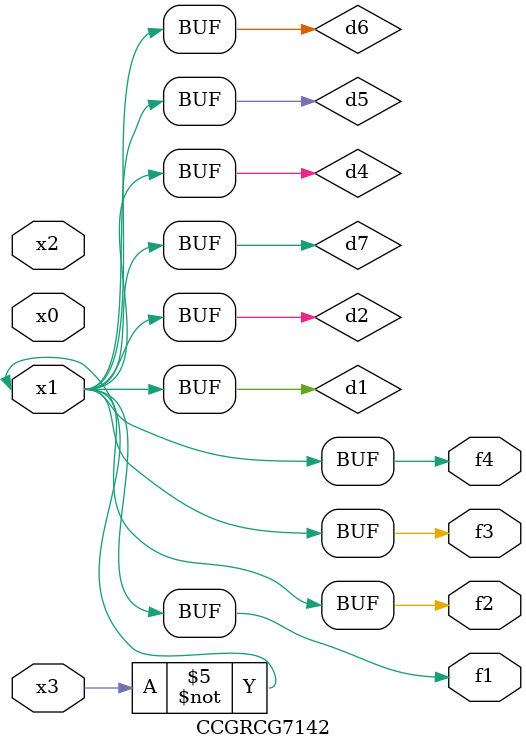
<source format=v>
module CCGRCG7142(
	input x0, x1, x2, x3,
	output f1, f2, f3, f4
);

	wire d1, d2, d3, d4, d5, d6, d7;

	not (d1, x3);
	buf (d2, x1);
	xnor (d3, d1, d2);
	nor (d4, d1);
	buf (d5, d1, d2);
	buf (d6, d4, d5);
	nand (d7, d4);
	assign f1 = d6;
	assign f2 = d7;
	assign f3 = d6;
	assign f4 = d6;
endmodule

</source>
